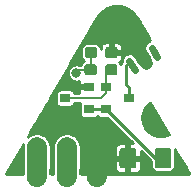
<source format=gbr>
G04 #@! TF.GenerationSoftware,KiCad,Pcbnew,5.0.0-fee4fd1~66~ubuntu18.04.1*
G04 #@! TF.CreationDate,2018-09-21T10:19:18+02:00*
G04 #@! TF.ProjectId,Lulu_star_212,4C756C755F737461725F3231322E6B69,2.1.2*
G04 #@! TF.SameCoordinates,Original*
G04 #@! TF.FileFunction,Copper,L1,Top*
G04 #@! TF.FilePolarity,Positive*
%FSLAX46Y46*%
G04 Gerber Fmt 4.6, Leading zero omitted, Abs format (unit mm)*
G04 Created by KiCad (PCBNEW 5.0.0-fee4fd1~66~ubuntu18.04.1) date Fri Sep 21 10:19:18 2018*
%MOMM*%
%LPD*%
G01*
G04 APERTURE LIST*
G04 #@! TA.AperFunction,EtchedComponent*
%ADD10C,0.100000*%
G04 #@! TD*
G04 #@! TA.AperFunction,SMDPad,CuDef*
%ADD11C,2.480000*%
G04 #@! TD*
G04 #@! TA.AperFunction,Conductor*
%ADD12C,0.100000*%
G04 #@! TD*
G04 #@! TA.AperFunction,ViaPad*
%ADD13C,0.400000*%
G04 #@! TD*
G04 #@! TA.AperFunction,ComponentPad*
%ADD14C,1.100000*%
G04 #@! TD*
G04 #@! TA.AperFunction,Conductor*
%ADD15C,1.100000*%
G04 #@! TD*
G04 #@! TA.AperFunction,ComponentPad*
%ADD16C,0.600000*%
G04 #@! TD*
G04 #@! TA.AperFunction,Conductor*
%ADD17C,0.600000*%
G04 #@! TD*
G04 #@! TA.AperFunction,ViaPad*
%ADD18C,1.000000*%
G04 #@! TD*
G04 #@! TA.AperFunction,SMDPad,CuDef*
%ADD19C,0.950000*%
G04 #@! TD*
G04 #@! TA.AperFunction,SMDPad,CuDef*
%ADD20C,1.675000*%
G04 #@! TD*
G04 #@! TA.AperFunction,ComponentPad*
%ADD21C,1.670000*%
G04 #@! TD*
G04 #@! TA.AperFunction,SMDPad,CuDef*
%ADD22R,0.900000X0.800000*%
G04 #@! TD*
G04 #@! TA.AperFunction,SMDPad,CuDef*
%ADD23C,1.425000*%
G04 #@! TD*
G04 #@! TA.AperFunction,ViaPad*
%ADD24C,0.600000*%
G04 #@! TD*
G04 #@! TA.AperFunction,ViaPad*
%ADD25C,0.800000*%
G04 #@! TD*
G04 #@! TA.AperFunction,Conductor*
%ADD26C,0.250000*%
G04 #@! TD*
G04 #@! TA.AperFunction,Conductor*
%ADD27C,0.150000*%
G04 #@! TD*
G04 #@! TA.AperFunction,Conductor*
%ADD28C,0.254000*%
G04 #@! TD*
G04 APERTURE END LIST*
D10*
G04 #@! TO.C,P1*
G36*
X74442770Y-40829644D02*
X74412770Y-40777682D01*
X74391430Y-40720721D01*
X74365091Y-40655099D01*
X74332411Y-40558497D01*
X74299732Y-40461894D01*
X74280713Y-40368952D01*
X74254014Y-40222708D01*
X74247315Y-40111106D01*
X74245616Y-40008163D01*
X74250257Y-39936202D01*
X74258559Y-39850580D01*
X74272841Y-39715317D01*
X74287482Y-39660676D01*
X74305783Y-39592375D01*
X74327744Y-39510414D01*
X74354706Y-39437112D01*
X74374347Y-39391131D01*
X74397648Y-39331490D01*
X74417289Y-39285510D01*
X74445591Y-39234529D01*
X74473892Y-39183548D01*
X74502193Y-39132567D01*
X74539155Y-39076587D01*
X74563796Y-39039266D01*
X74597097Y-38996946D01*
X74642719Y-38935965D01*
X74693340Y-38883644D01*
X74756283Y-38812664D01*
X74794584Y-38779003D01*
X74832885Y-38745343D01*
X74879847Y-38706683D01*
X74952789Y-38653023D01*
X75025731Y-38599362D01*
X75095013Y-38559362D01*
X75945013Y-40031606D01*
X74472770Y-40881606D01*
X74442770Y-40829644D01*
G37*
G36*
X76743052Y-41533849D02*
X76691090Y-41563849D01*
X76634129Y-41585188D01*
X76568507Y-41611528D01*
X76471905Y-41644208D01*
X76375302Y-41676887D01*
X76282360Y-41695906D01*
X76136116Y-41722605D01*
X76024514Y-41729304D01*
X75921571Y-41731003D01*
X75849610Y-41726362D01*
X75763988Y-41718060D01*
X75628725Y-41703778D01*
X75574084Y-41689137D01*
X75505783Y-41670836D01*
X75423821Y-41648874D01*
X75350520Y-41621913D01*
X75304539Y-41602272D01*
X75244898Y-41578971D01*
X75198918Y-41559330D01*
X75147937Y-41531028D01*
X75096956Y-41502727D01*
X75045975Y-41474426D01*
X74989995Y-41437464D01*
X74952674Y-41412823D01*
X74910354Y-41379522D01*
X74849373Y-41333900D01*
X74797052Y-41283278D01*
X74726071Y-41220336D01*
X74692411Y-41182035D01*
X74658751Y-41143734D01*
X74620091Y-41096772D01*
X74566430Y-41023830D01*
X74512770Y-40950888D01*
X74472770Y-40881606D01*
X75945013Y-40031606D01*
X76795013Y-41503849D01*
X76743052Y-41533849D01*
G37*
G04 #@! TD*
D11*
G04 #@! TO.P,LED1,*
G04 #@! TO.N,GND*
X72143258Y-32460365D03*
D12*
G04 #@! TD*
G04 #@! TO.N,GND*
G04 #@! TO.C,LED1*
G36*
X71685526Y-31307941D02*
X71800687Y-31268624D01*
X71919148Y-31240785D01*
X72039767Y-31224691D01*
X72161382Y-31220498D01*
X72282824Y-31228245D01*
X72402921Y-31247858D01*
X72520516Y-31279147D01*
X72634479Y-31321813D01*
X72743712Y-31375444D01*
X72847162Y-31439522D01*
X72943833Y-31513433D01*
X73032793Y-31596463D01*
X73113187Y-31687812D01*
X73184239Y-31786602D01*
X73207417Y-31826586D01*
X73212690Y-31823529D01*
X74550219Y-34130888D01*
X73583326Y-34691376D01*
X72870989Y-33462531D01*
X72817021Y-33501346D01*
X72711743Y-33562374D01*
X72600990Y-33612789D01*
X72485829Y-33652106D01*
X72367368Y-33679945D01*
X72246749Y-33696039D01*
X72125134Y-33700232D01*
X72003692Y-33692485D01*
X71883595Y-33672872D01*
X71766000Y-33641583D01*
X71652037Y-33598917D01*
X71542804Y-33545286D01*
X71439354Y-33481208D01*
X71342683Y-33407297D01*
X71253723Y-33324267D01*
X71173329Y-33232918D01*
X71102277Y-33134128D01*
X71041249Y-33028850D01*
X70990834Y-32918097D01*
X70951517Y-32802936D01*
X70923678Y-32684475D01*
X70907584Y-32563856D01*
X70903391Y-32442241D01*
X70911138Y-32320799D01*
X70930751Y-32200702D01*
X70962040Y-32083107D01*
X71004706Y-31969144D01*
X71058337Y-31859911D01*
X71122415Y-31756461D01*
X71196326Y-31659790D01*
X71279356Y-31570830D01*
X71370705Y-31490436D01*
X71469495Y-31419384D01*
X71574773Y-31358356D01*
X71685526Y-31307941D01*
X71685526Y-31307941D01*
G37*
D13*
G04 #@! TO.N,GND*
G04 #@! TO.C,LED1*
X71313191Y-32240812D03*
X72970042Y-32681666D03*
X71915283Y-33294663D03*
X72356137Y-31637812D03*
X71715557Y-31722539D03*
X72575397Y-33205841D03*
X72879417Y-32033629D03*
D14*
G04 #@! TD*
G04 #@! TO.P,LED1,3*
G04 #@! TO.N,GND*
X74339094Y-34880909D03*
D15*
G04 #@! TO.N,GND*
G04 #@! TO.C,LED1*
X74038188Y-34361818D02*
X74640000Y-35400000D01*
D16*
G04 #@! TD*
G04 #@! TO.P,LED1,1*
G04 #@! TO.N,Net-(LED1-Pad1)*
X73462653Y-35562344D03*
D17*
G04 #@! TO.N,Net-(LED1-Pad1)*
G04 #@! TO.C,LED1*
X73236973Y-35173026D02*
X73688333Y-35951662D01*
D16*
G04 #@! TD*
G04 #@! TO.P,LED1,2*
G04 #@! TO.N,+3V3*
X75365987Y-34459020D03*
D17*
G04 #@! TO.N,+3V3*
G04 #@! TO.C,LED1*
X75140307Y-34069702D02*
X75591667Y-34848338D01*
D18*
G04 #@! TO.N,GND*
X72143258Y-32460365D03*
D13*
X71396115Y-32893469D03*
G04 #@! TD*
D12*
G04 #@! TO.N,/PWM*
G04 #@! TO.C,R3*
G36*
X70275779Y-34006144D02*
X70298834Y-34009563D01*
X70321443Y-34015227D01*
X70343387Y-34023079D01*
X70364457Y-34033044D01*
X70384448Y-34045026D01*
X70403168Y-34058910D01*
X70420438Y-34074562D01*
X70436090Y-34091832D01*
X70449974Y-34110552D01*
X70461956Y-34130543D01*
X70471921Y-34151613D01*
X70479773Y-34173557D01*
X70485437Y-34196166D01*
X70488856Y-34219221D01*
X70490000Y-34242500D01*
X70490000Y-34717500D01*
X70488856Y-34740779D01*
X70485437Y-34763834D01*
X70479773Y-34786443D01*
X70471921Y-34808387D01*
X70461956Y-34829457D01*
X70449974Y-34849448D01*
X70436090Y-34868168D01*
X70420438Y-34885438D01*
X70403168Y-34901090D01*
X70384448Y-34914974D01*
X70364457Y-34926956D01*
X70343387Y-34936921D01*
X70321443Y-34944773D01*
X70298834Y-34950437D01*
X70275779Y-34953856D01*
X70252500Y-34955000D01*
X69677500Y-34955000D01*
X69654221Y-34953856D01*
X69631166Y-34950437D01*
X69608557Y-34944773D01*
X69586613Y-34936921D01*
X69565543Y-34926956D01*
X69545552Y-34914974D01*
X69526832Y-34901090D01*
X69509562Y-34885438D01*
X69493910Y-34868168D01*
X69480026Y-34849448D01*
X69468044Y-34829457D01*
X69458079Y-34808387D01*
X69450227Y-34786443D01*
X69444563Y-34763834D01*
X69441144Y-34740779D01*
X69440000Y-34717500D01*
X69440000Y-34242500D01*
X69441144Y-34219221D01*
X69444563Y-34196166D01*
X69450227Y-34173557D01*
X69458079Y-34151613D01*
X69468044Y-34130543D01*
X69480026Y-34110552D01*
X69493910Y-34091832D01*
X69509562Y-34074562D01*
X69526832Y-34058910D01*
X69545552Y-34045026D01*
X69565543Y-34033044D01*
X69586613Y-34023079D01*
X69608557Y-34015227D01*
X69631166Y-34009563D01*
X69654221Y-34006144D01*
X69677500Y-34005000D01*
X70252500Y-34005000D01*
X70275779Y-34006144D01*
X70275779Y-34006144D01*
G37*
D19*
G04 #@! TD*
G04 #@! TO.P,R3,1*
G04 #@! TO.N,/PWM*
X69965000Y-34480000D03*
D12*
G04 #@! TO.N,GND*
G04 #@! TO.C,R3*
G36*
X72025779Y-34006144D02*
X72048834Y-34009563D01*
X72071443Y-34015227D01*
X72093387Y-34023079D01*
X72114457Y-34033044D01*
X72134448Y-34045026D01*
X72153168Y-34058910D01*
X72170438Y-34074562D01*
X72186090Y-34091832D01*
X72199974Y-34110552D01*
X72211956Y-34130543D01*
X72221921Y-34151613D01*
X72229773Y-34173557D01*
X72235437Y-34196166D01*
X72238856Y-34219221D01*
X72240000Y-34242500D01*
X72240000Y-34717500D01*
X72238856Y-34740779D01*
X72235437Y-34763834D01*
X72229773Y-34786443D01*
X72221921Y-34808387D01*
X72211956Y-34829457D01*
X72199974Y-34849448D01*
X72186090Y-34868168D01*
X72170438Y-34885438D01*
X72153168Y-34901090D01*
X72134448Y-34914974D01*
X72114457Y-34926956D01*
X72093387Y-34936921D01*
X72071443Y-34944773D01*
X72048834Y-34950437D01*
X72025779Y-34953856D01*
X72002500Y-34955000D01*
X71427500Y-34955000D01*
X71404221Y-34953856D01*
X71381166Y-34950437D01*
X71358557Y-34944773D01*
X71336613Y-34936921D01*
X71315543Y-34926956D01*
X71295552Y-34914974D01*
X71276832Y-34901090D01*
X71259562Y-34885438D01*
X71243910Y-34868168D01*
X71230026Y-34849448D01*
X71218044Y-34829457D01*
X71208079Y-34808387D01*
X71200227Y-34786443D01*
X71194563Y-34763834D01*
X71191144Y-34740779D01*
X71190000Y-34717500D01*
X71190000Y-34242500D01*
X71191144Y-34219221D01*
X71194563Y-34196166D01*
X71200227Y-34173557D01*
X71208079Y-34151613D01*
X71218044Y-34130543D01*
X71230026Y-34110552D01*
X71243910Y-34091832D01*
X71259562Y-34074562D01*
X71276832Y-34058910D01*
X71295552Y-34045026D01*
X71315543Y-34033044D01*
X71336613Y-34023079D01*
X71358557Y-34015227D01*
X71381166Y-34009563D01*
X71404221Y-34006144D01*
X71427500Y-34005000D01*
X72002500Y-34005000D01*
X72025779Y-34006144D01*
X72025779Y-34006144D01*
G37*
D19*
G04 #@! TD*
G04 #@! TO.P,R3,2*
G04 #@! TO.N,GND*
X71715000Y-34480000D03*
D12*
G04 #@! TO.N,GND*
G04 #@! TO.C,J1*
G36*
X70560090Y-41662033D02*
X70641389Y-41674092D01*
X70721114Y-41694062D01*
X70798498Y-41721751D01*
X70872796Y-41756891D01*
X70943291Y-41799144D01*
X71009305Y-41848104D01*
X71070203Y-41903298D01*
X71125397Y-41964196D01*
X71174357Y-42030210D01*
X71216610Y-42100705D01*
X71251750Y-42175003D01*
X71279439Y-42252387D01*
X71299409Y-42332112D01*
X71311468Y-42413411D01*
X71315501Y-42495500D01*
X71315501Y-45020500D01*
X71311468Y-45102589D01*
X71299409Y-45183888D01*
X71279439Y-45263613D01*
X71251750Y-45340997D01*
X71216610Y-45415295D01*
X71174357Y-45485790D01*
X71125397Y-45551804D01*
X71070203Y-45612702D01*
X71009305Y-45667896D01*
X70943291Y-45716856D01*
X70872796Y-45759109D01*
X70798498Y-45794249D01*
X70721114Y-45821938D01*
X70641389Y-45841908D01*
X70560090Y-45853967D01*
X70478001Y-45858000D01*
X70477999Y-45858000D01*
X70395910Y-45853967D01*
X70314611Y-45841908D01*
X70234886Y-45821938D01*
X70157502Y-45794249D01*
X70083204Y-45759109D01*
X70012709Y-45716856D01*
X69946695Y-45667896D01*
X69885797Y-45612702D01*
X69830603Y-45551804D01*
X69781643Y-45485790D01*
X69739390Y-45415295D01*
X69704250Y-45340997D01*
X69676561Y-45263613D01*
X69656591Y-45183888D01*
X69644532Y-45102589D01*
X69640499Y-45020500D01*
X69640499Y-42495500D01*
X69644532Y-42413411D01*
X69656591Y-42332112D01*
X69676561Y-42252387D01*
X69704250Y-42175003D01*
X69739390Y-42100705D01*
X69781643Y-42030210D01*
X69830603Y-41964196D01*
X69885797Y-41903298D01*
X69946695Y-41848104D01*
X70012709Y-41799144D01*
X70083204Y-41756891D01*
X70157502Y-41721751D01*
X70234886Y-41694062D01*
X70314611Y-41674092D01*
X70395910Y-41662033D01*
X70477999Y-41658000D01*
X70478001Y-41658000D01*
X70560090Y-41662033D01*
X70560090Y-41662033D01*
G37*
D20*
G04 #@! TD*
G04 #@! TO.P,J1,3*
G04 #@! TO.N,GND*
X70478000Y-43758000D03*
D21*
G04 #@! TO.P,J1,3*
G04 #@! TO.N,GND*
X70478000Y-42488000D03*
X70478000Y-45028000D03*
G04 #@! TO.P,J1,2*
G04 #@! TO.N,/PWM*
X67938000Y-42488000D03*
D12*
G04 #@! TD*
G04 #@! TO.N,/PWM*
G04 #@! TO.C,J1*
G36*
X68020090Y-41662033D02*
X68101389Y-41674092D01*
X68181114Y-41694062D01*
X68258498Y-41721751D01*
X68332796Y-41756891D01*
X68403291Y-41799144D01*
X68469305Y-41848104D01*
X68530203Y-41903298D01*
X68585397Y-41964196D01*
X68634357Y-42030210D01*
X68676610Y-42100705D01*
X68711750Y-42175003D01*
X68739439Y-42252387D01*
X68759409Y-42332112D01*
X68771468Y-42413411D01*
X68775501Y-42495500D01*
X68775501Y-45020500D01*
X68771468Y-45102589D01*
X68759409Y-45183888D01*
X68739439Y-45263613D01*
X68711750Y-45340997D01*
X68676610Y-45415295D01*
X68634357Y-45485790D01*
X68585397Y-45551804D01*
X68530203Y-45612702D01*
X68469305Y-45667896D01*
X68403291Y-45716856D01*
X68332796Y-45759109D01*
X68258498Y-45794249D01*
X68181114Y-45821938D01*
X68101389Y-45841908D01*
X68020090Y-45853967D01*
X67938001Y-45858000D01*
X67937999Y-45858000D01*
X67855910Y-45853967D01*
X67774611Y-45841908D01*
X67694886Y-45821938D01*
X67617502Y-45794249D01*
X67543204Y-45759109D01*
X67472709Y-45716856D01*
X67406695Y-45667896D01*
X67345797Y-45612702D01*
X67290603Y-45551804D01*
X67241643Y-45485790D01*
X67199390Y-45415295D01*
X67164250Y-45340997D01*
X67136561Y-45263613D01*
X67116591Y-45183888D01*
X67104532Y-45102589D01*
X67100499Y-45020500D01*
X67100499Y-42495500D01*
X67104532Y-42413411D01*
X67116591Y-42332112D01*
X67136561Y-42252387D01*
X67164250Y-42175003D01*
X67199390Y-42100705D01*
X67241643Y-42030210D01*
X67290603Y-41964196D01*
X67345797Y-41903298D01*
X67406695Y-41848104D01*
X67472709Y-41799144D01*
X67543204Y-41756891D01*
X67617502Y-41721751D01*
X67694886Y-41694062D01*
X67774611Y-41674092D01*
X67855910Y-41662033D01*
X67937999Y-41658000D01*
X67938001Y-41658000D01*
X68020090Y-41662033D01*
X68020090Y-41662033D01*
G37*
D20*
G04 #@! TO.P,J1,2*
G04 #@! TO.N,/PWM*
X67938000Y-43758000D03*
D21*
X67938000Y-45028000D03*
D12*
G04 #@! TD*
G04 #@! TO.N,+3V3*
G04 #@! TO.C,J1*
G36*
X65480090Y-41662033D02*
X65561389Y-41674092D01*
X65641114Y-41694062D01*
X65718498Y-41721751D01*
X65792796Y-41756891D01*
X65863291Y-41799144D01*
X65929305Y-41848104D01*
X65990203Y-41903298D01*
X66045397Y-41964196D01*
X66094357Y-42030210D01*
X66136610Y-42100705D01*
X66171750Y-42175003D01*
X66199439Y-42252387D01*
X66219409Y-42332112D01*
X66231468Y-42413411D01*
X66235501Y-42495500D01*
X66235501Y-45020500D01*
X66231468Y-45102589D01*
X66219409Y-45183888D01*
X66199439Y-45263613D01*
X66171750Y-45340997D01*
X66136610Y-45415295D01*
X66094357Y-45485790D01*
X66045397Y-45551804D01*
X65990203Y-45612702D01*
X65929305Y-45667896D01*
X65863291Y-45716856D01*
X65792796Y-45759109D01*
X65718498Y-45794249D01*
X65641114Y-45821938D01*
X65561389Y-45841908D01*
X65480090Y-45853967D01*
X65398001Y-45858000D01*
X65397999Y-45858000D01*
X65315910Y-45853967D01*
X65234611Y-45841908D01*
X65154886Y-45821938D01*
X65077502Y-45794249D01*
X65003204Y-45759109D01*
X64932709Y-45716856D01*
X64866695Y-45667896D01*
X64805797Y-45612702D01*
X64750603Y-45551804D01*
X64701643Y-45485790D01*
X64659390Y-45415295D01*
X64624250Y-45340997D01*
X64596561Y-45263613D01*
X64576591Y-45183888D01*
X64564532Y-45102589D01*
X64560499Y-45020500D01*
X64560499Y-42495500D01*
X64564532Y-42413411D01*
X64576591Y-42332112D01*
X64596561Y-42252387D01*
X64624250Y-42175003D01*
X64659390Y-42100705D01*
X64701643Y-42030210D01*
X64750603Y-41964196D01*
X64805797Y-41903298D01*
X64866695Y-41848104D01*
X64932709Y-41799144D01*
X65003204Y-41756891D01*
X65077502Y-41721751D01*
X65154886Y-41694062D01*
X65234611Y-41674092D01*
X65315910Y-41662033D01*
X65397999Y-41658000D01*
X65398001Y-41658000D01*
X65480090Y-41662033D01*
X65480090Y-41662033D01*
G37*
D20*
G04 #@! TO.P,J1,1*
G04 #@! TO.N,+3V3*
X65398000Y-43758000D03*
D21*
X65398000Y-45028000D03*
X65398000Y-42488000D03*
G04 #@! TD*
D22*
G04 #@! TO.P,T1,3*
G04 #@! TO.N,Net-(Q1-Pad1)*
X67810000Y-38340000D03*
G04 #@! TO.P,T1,2*
G04 #@! TO.N,GND*
X69810000Y-37390000D03*
G04 #@! TO.P,T1,1*
G04 #@! TO.N,Net-(Q1-Pad2)*
X69810000Y-39290000D03*
G04 #@! TD*
G04 #@! TO.P,Q1,3*
G04 #@! TO.N,Net-(LED1-Pad1)*
X73230000Y-38340000D03*
G04 #@! TO.P,Q1,2*
G04 #@! TO.N,Net-(Q1-Pad2)*
X71230000Y-39290000D03*
G04 #@! TO.P,Q1,1*
G04 #@! TO.N,Net-(Q1-Pad1)*
X71230000Y-37390000D03*
G04 #@! TD*
D12*
G04 #@! TO.N,/PWM*
G04 #@! TO.C,R1*
G36*
X70265779Y-35466144D02*
X70288834Y-35469563D01*
X70311443Y-35475227D01*
X70333387Y-35483079D01*
X70354457Y-35493044D01*
X70374448Y-35505026D01*
X70393168Y-35518910D01*
X70410438Y-35534562D01*
X70426090Y-35551832D01*
X70439974Y-35570552D01*
X70451956Y-35590543D01*
X70461921Y-35611613D01*
X70469773Y-35633557D01*
X70475437Y-35656166D01*
X70478856Y-35679221D01*
X70480000Y-35702500D01*
X70480000Y-36177500D01*
X70478856Y-36200779D01*
X70475437Y-36223834D01*
X70469773Y-36246443D01*
X70461921Y-36268387D01*
X70451956Y-36289457D01*
X70439974Y-36309448D01*
X70426090Y-36328168D01*
X70410438Y-36345438D01*
X70393168Y-36361090D01*
X70374448Y-36374974D01*
X70354457Y-36386956D01*
X70333387Y-36396921D01*
X70311443Y-36404773D01*
X70288834Y-36410437D01*
X70265779Y-36413856D01*
X70242500Y-36415000D01*
X69667500Y-36415000D01*
X69644221Y-36413856D01*
X69621166Y-36410437D01*
X69598557Y-36404773D01*
X69576613Y-36396921D01*
X69555543Y-36386956D01*
X69535552Y-36374974D01*
X69516832Y-36361090D01*
X69499562Y-36345438D01*
X69483910Y-36328168D01*
X69470026Y-36309448D01*
X69458044Y-36289457D01*
X69448079Y-36268387D01*
X69440227Y-36246443D01*
X69434563Y-36223834D01*
X69431144Y-36200779D01*
X69430000Y-36177500D01*
X69430000Y-35702500D01*
X69431144Y-35679221D01*
X69434563Y-35656166D01*
X69440227Y-35633557D01*
X69448079Y-35611613D01*
X69458044Y-35590543D01*
X69470026Y-35570552D01*
X69483910Y-35551832D01*
X69499562Y-35534562D01*
X69516832Y-35518910D01*
X69535552Y-35505026D01*
X69555543Y-35493044D01*
X69576613Y-35483079D01*
X69598557Y-35475227D01*
X69621166Y-35469563D01*
X69644221Y-35466144D01*
X69667500Y-35465000D01*
X70242500Y-35465000D01*
X70265779Y-35466144D01*
X70265779Y-35466144D01*
G37*
D19*
G04 #@! TD*
G04 #@! TO.P,R1,2*
G04 #@! TO.N,/PWM*
X69955000Y-35940000D03*
D12*
G04 #@! TO.N,Net-(Q1-Pad1)*
G04 #@! TO.C,R1*
G36*
X72015779Y-35466144D02*
X72038834Y-35469563D01*
X72061443Y-35475227D01*
X72083387Y-35483079D01*
X72104457Y-35493044D01*
X72124448Y-35505026D01*
X72143168Y-35518910D01*
X72160438Y-35534562D01*
X72176090Y-35551832D01*
X72189974Y-35570552D01*
X72201956Y-35590543D01*
X72211921Y-35611613D01*
X72219773Y-35633557D01*
X72225437Y-35656166D01*
X72228856Y-35679221D01*
X72230000Y-35702500D01*
X72230000Y-36177500D01*
X72228856Y-36200779D01*
X72225437Y-36223834D01*
X72219773Y-36246443D01*
X72211921Y-36268387D01*
X72201956Y-36289457D01*
X72189974Y-36309448D01*
X72176090Y-36328168D01*
X72160438Y-36345438D01*
X72143168Y-36361090D01*
X72124448Y-36374974D01*
X72104457Y-36386956D01*
X72083387Y-36396921D01*
X72061443Y-36404773D01*
X72038834Y-36410437D01*
X72015779Y-36413856D01*
X71992500Y-36415000D01*
X71417500Y-36415000D01*
X71394221Y-36413856D01*
X71371166Y-36410437D01*
X71348557Y-36404773D01*
X71326613Y-36396921D01*
X71305543Y-36386956D01*
X71285552Y-36374974D01*
X71266832Y-36361090D01*
X71249562Y-36345438D01*
X71233910Y-36328168D01*
X71220026Y-36309448D01*
X71208044Y-36289457D01*
X71198079Y-36268387D01*
X71190227Y-36246443D01*
X71184563Y-36223834D01*
X71181144Y-36200779D01*
X71180000Y-36177500D01*
X71180000Y-35702500D01*
X71181144Y-35679221D01*
X71184563Y-35656166D01*
X71190227Y-35633557D01*
X71198079Y-35611613D01*
X71208044Y-35590543D01*
X71220026Y-35570552D01*
X71233910Y-35551832D01*
X71249562Y-35534562D01*
X71266832Y-35518910D01*
X71285552Y-35505026D01*
X71305543Y-35493044D01*
X71326613Y-35483079D01*
X71348557Y-35475227D01*
X71371166Y-35469563D01*
X71394221Y-35466144D01*
X71417500Y-35465000D01*
X71992500Y-35465000D01*
X72015779Y-35466144D01*
X72015779Y-35466144D01*
G37*
D19*
G04 #@! TD*
G04 #@! TO.P,R1,1*
G04 #@! TO.N,Net-(Q1-Pad1)*
X71705000Y-35940000D03*
D12*
G04 #@! TO.N,GND*
G04 #@! TO.C,R2*
G36*
X73600069Y-42556201D02*
X73624276Y-42559792D01*
X73648015Y-42565738D01*
X73671057Y-42573982D01*
X73693180Y-42584446D01*
X73714171Y-42597027D01*
X73733827Y-42611605D01*
X73751960Y-42628040D01*
X73768395Y-42646173D01*
X73782973Y-42665829D01*
X73795554Y-42686820D01*
X73806018Y-42708943D01*
X73814262Y-42731985D01*
X73820208Y-42755724D01*
X73823799Y-42779931D01*
X73825000Y-42804374D01*
X73825000Y-44055626D01*
X73823799Y-44080069D01*
X73820208Y-44104276D01*
X73814262Y-44128015D01*
X73806018Y-44151057D01*
X73795554Y-44173180D01*
X73782973Y-44194171D01*
X73768395Y-44213827D01*
X73751960Y-44231960D01*
X73733827Y-44248395D01*
X73714171Y-44262973D01*
X73693180Y-44275554D01*
X73671057Y-44286018D01*
X73648015Y-44294262D01*
X73624276Y-44300208D01*
X73600069Y-44303799D01*
X73575626Y-44305000D01*
X72649374Y-44305000D01*
X72624931Y-44303799D01*
X72600724Y-44300208D01*
X72576985Y-44294262D01*
X72553943Y-44286018D01*
X72531820Y-44275554D01*
X72510829Y-44262973D01*
X72491173Y-44248395D01*
X72473040Y-44231960D01*
X72456605Y-44213827D01*
X72442027Y-44194171D01*
X72429446Y-44173180D01*
X72418982Y-44151057D01*
X72410738Y-44128015D01*
X72404792Y-44104276D01*
X72401201Y-44080069D01*
X72400000Y-44055626D01*
X72400000Y-42804374D01*
X72401201Y-42779931D01*
X72404792Y-42755724D01*
X72410738Y-42731985D01*
X72418982Y-42708943D01*
X72429446Y-42686820D01*
X72442027Y-42665829D01*
X72456605Y-42646173D01*
X72473040Y-42628040D01*
X72491173Y-42611605D01*
X72510829Y-42597027D01*
X72531820Y-42584446D01*
X72553943Y-42573982D01*
X72576985Y-42565738D01*
X72600724Y-42559792D01*
X72624931Y-42556201D01*
X72649374Y-42555000D01*
X73575626Y-42555000D01*
X73600069Y-42556201D01*
X73600069Y-42556201D01*
G37*
D23*
G04 #@! TD*
G04 #@! TO.P,R2,2*
G04 #@! TO.N,GND*
X73112500Y-43430000D03*
D12*
G04 #@! TO.N,Net-(Q1-Pad2)*
G04 #@! TO.C,R2*
G36*
X76574504Y-42556204D02*
X76598773Y-42559804D01*
X76622571Y-42565765D01*
X76645671Y-42574030D01*
X76667849Y-42584520D01*
X76688893Y-42597133D01*
X76708598Y-42611747D01*
X76726777Y-42628223D01*
X76743253Y-42646402D01*
X76757867Y-42666107D01*
X76770480Y-42687151D01*
X76780970Y-42709329D01*
X76789235Y-42732429D01*
X76795196Y-42756227D01*
X76798796Y-42780496D01*
X76800000Y-42805000D01*
X76800000Y-44055000D01*
X76798796Y-44079504D01*
X76795196Y-44103773D01*
X76789235Y-44127571D01*
X76780970Y-44150671D01*
X76770480Y-44172849D01*
X76757867Y-44193893D01*
X76743253Y-44213598D01*
X76726777Y-44231777D01*
X76708598Y-44248253D01*
X76688893Y-44262867D01*
X76667849Y-44275480D01*
X76645671Y-44285970D01*
X76622571Y-44294235D01*
X76598773Y-44300196D01*
X76574504Y-44303796D01*
X76550000Y-44305000D01*
X75625000Y-44305000D01*
X75600496Y-44303796D01*
X75576227Y-44300196D01*
X75552429Y-44294235D01*
X75529329Y-44285970D01*
X75507151Y-44275480D01*
X75486107Y-44262867D01*
X75466402Y-44248253D01*
X75448223Y-44231777D01*
X75431747Y-44213598D01*
X75417133Y-44193893D01*
X75404520Y-44172849D01*
X75394030Y-44150671D01*
X75385765Y-44127571D01*
X75379804Y-44103773D01*
X75376204Y-44079504D01*
X75375000Y-44055000D01*
X75375000Y-42805000D01*
X75376204Y-42780496D01*
X75379804Y-42756227D01*
X75385765Y-42732429D01*
X75394030Y-42709329D01*
X75404520Y-42687151D01*
X75417133Y-42666107D01*
X75431747Y-42646402D01*
X75448223Y-42628223D01*
X75466402Y-42611747D01*
X75486107Y-42597133D01*
X75507151Y-42584520D01*
X75529329Y-42574030D01*
X75552429Y-42565765D01*
X75576227Y-42559804D01*
X75600496Y-42556204D01*
X75625000Y-42555000D01*
X76550000Y-42555000D01*
X76574504Y-42556204D01*
X76574504Y-42556204D01*
G37*
D23*
G04 #@! TD*
G04 #@! TO.P,R2,1*
G04 #@! TO.N,Net-(Q1-Pad2)*
X76087500Y-43430000D03*
D24*
G04 #@! TO.N,GND*
X71740000Y-44600000D03*
X69208000Y-44600000D03*
X66668000Y-44600000D03*
X64128000Y-44600000D03*
D25*
G04 #@! TO.N,/PWM*
X68730002Y-36220000D03*
G04 #@! TD*
D26*
G04 #@! TO.N,Net-(Q1-Pad2)*
X71256000Y-39120000D02*
X71306000Y-39120000D01*
X71230000Y-39290000D02*
X69810000Y-39290000D01*
X76087500Y-43430000D02*
X75630000Y-43430000D01*
X76087500Y-43430000D02*
X75420000Y-43430000D01*
X71280000Y-39290000D02*
X71230000Y-39290000D01*
X75420000Y-43430000D02*
X71280000Y-39290000D01*
D27*
G04 #@! TO.N,Net-(Q1-Pad1)*
X71240000Y-37204000D02*
X71256000Y-37220000D01*
X71230000Y-37390000D02*
X71230000Y-36415000D01*
X71230000Y-36415000D02*
X71705000Y-35940000D01*
X71230000Y-37940000D02*
X71230000Y-37390000D01*
X70830000Y-38340000D02*
X71230000Y-37940000D01*
X67810000Y-38340000D02*
X70830000Y-38340000D01*
G04 #@! TO.N,/PWM*
X69010002Y-35940000D02*
X68730002Y-36220000D01*
X69955000Y-35940000D02*
X69010002Y-35940000D01*
X69955000Y-34490000D02*
X69965000Y-34480000D01*
X69955000Y-35940000D02*
X69955000Y-34490000D01*
D26*
G04 #@! TO.N,Net-(LED1-Pad1)*
X72930000Y-35610000D02*
X73040000Y-35500000D01*
X72930000Y-37190000D02*
X72930000Y-35610000D01*
X73236671Y-35500000D02*
X73511976Y-35775305D01*
X73040000Y-35500000D02*
X73236671Y-35500000D01*
X72930000Y-37190000D02*
X73230000Y-37490000D01*
X73230000Y-37490000D02*
X73230000Y-38340000D01*
G04 #@! TO.N,+3V3*
X65398000Y-43758000D02*
X65398000Y-42488000D01*
G04 #@! TD*
D28*
G04 #@! TO.N,GND*
G36*
X64254323Y-42268009D02*
X64251703Y-42294607D01*
X64236000Y-42373553D01*
X64236000Y-42454045D01*
X64231917Y-42495500D01*
X64231917Y-44773351D01*
X62805143Y-44773351D01*
X62993496Y-44447321D01*
X62993501Y-44447314D01*
X63251934Y-43999950D01*
X63251939Y-43999938D01*
X63484832Y-43596787D01*
X63719857Y-43189967D01*
X63719862Y-43189961D01*
X63978295Y-42742597D01*
X63978300Y-42742585D01*
X64211224Y-42339381D01*
X64256387Y-42261205D01*
X64254323Y-42268009D01*
X64254323Y-42268009D01*
G37*
X64254323Y-42268009D02*
X64251703Y-42294607D01*
X64236000Y-42373553D01*
X64236000Y-42454045D01*
X64231917Y-42495500D01*
X64231917Y-44773351D01*
X62805143Y-44773351D01*
X62993496Y-44447321D01*
X62993501Y-44447314D01*
X63251934Y-43999950D01*
X63251939Y-43999938D01*
X63484832Y-43596787D01*
X63719857Y-43189967D01*
X63719862Y-43189961D01*
X63978295Y-42742597D01*
X63978300Y-42742585D01*
X64211224Y-42339381D01*
X64256387Y-42261205D01*
X64254323Y-42268009D01*
G36*
X72262779Y-30550891D02*
X72345179Y-30556135D01*
X72424259Y-30564627D01*
X72501460Y-30576436D01*
X72577364Y-30591433D01*
X72651576Y-30609328D01*
X72723848Y-30630041D01*
X72794494Y-30653600D01*
X72863786Y-30679946D01*
X72931600Y-30708956D01*
X72998053Y-30740579D01*
X73063179Y-30774736D01*
X73126956Y-30811344D01*
X73189467Y-30850359D01*
X73250712Y-30891711D01*
X73310720Y-30935309D01*
X73369418Y-30981028D01*
X73426885Y-31028862D01*
X73483097Y-31078671D01*
X73538009Y-31130345D01*
X73591609Y-31183792D01*
X73643967Y-31238987D01*
X73695011Y-31295748D01*
X73744724Y-31353950D01*
X73793096Y-31413522D01*
X73840190Y-31474381D01*
X73885896Y-31536325D01*
X73930241Y-31599263D01*
X73973263Y-31663140D01*
X74014882Y-31727732D01*
X74055134Y-31792950D01*
X74094754Y-31859958D01*
X74138587Y-31935722D01*
X74138595Y-31935739D01*
X74144900Y-31946634D01*
X74154904Y-31963925D01*
X74154921Y-31963949D01*
X74198250Y-32038817D01*
X74244179Y-32118204D01*
X74244187Y-32118222D01*
X74249954Y-32128187D01*
X74260496Y-32146408D01*
X74260512Y-32146431D01*
X74303099Y-32220016D01*
X74349769Y-32300684D01*
X74349780Y-32300708D01*
X74357863Y-32314674D01*
X74366088Y-32328891D01*
X74366103Y-32328912D01*
X74410478Y-32405586D01*
X74455365Y-32483172D01*
X74455370Y-32483183D01*
X74459938Y-32491076D01*
X74471681Y-32511374D01*
X74471698Y-32511398D01*
X74518361Y-32592031D01*
X74560958Y-32665657D01*
X74560962Y-32665666D01*
X74565024Y-32672686D01*
X74577276Y-32693862D01*
X74577293Y-32693885D01*
X74621765Y-32770732D01*
X74666549Y-32848135D01*
X74666555Y-32848149D01*
X74674537Y-32861942D01*
X74682871Y-32876346D01*
X74682880Y-32876359D01*
X74727473Y-32953414D01*
X74772142Y-33030618D01*
X74772148Y-33030632D01*
X74780130Y-33044425D01*
X74788464Y-33058829D01*
X74788473Y-33058842D01*
X74833800Y-33137165D01*
X74877734Y-33213102D01*
X74877739Y-33213114D01*
X74880623Y-33218097D01*
X74894054Y-33241311D01*
X74894068Y-33241330D01*
X74939391Y-33319649D01*
X74983325Y-33395587D01*
X74983333Y-33395604D01*
X74989104Y-33405576D01*
X74999642Y-33423790D01*
X74999659Y-33423814D01*
X75017419Y-33454502D01*
X74936749Y-33473460D01*
X74824339Y-33524629D01*
X74724072Y-33596744D01*
X74639800Y-33687035D01*
X74574762Y-33792033D01*
X74531458Y-33907701D01*
X74511553Y-34029593D01*
X74515809Y-34153028D01*
X74544065Y-34273260D01*
X74582414Y-34357508D01*
X74901352Y-34907705D01*
X74859240Y-34932176D01*
X74859237Y-34932178D01*
X74771009Y-34983448D01*
X74770981Y-34983461D01*
X74758446Y-34990749D01*
X74742846Y-34999814D01*
X74742815Y-34999836D01*
X74669963Y-35042192D01*
X74594661Y-35085951D01*
X74594658Y-35085952D01*
X74478264Y-35153587D01*
X74478261Y-35153589D01*
X74418235Y-35188470D01*
X74418196Y-35188488D01*
X74403458Y-35197057D01*
X74390068Y-35204838D01*
X74390038Y-35204859D01*
X74317214Y-35247201D01*
X74213682Y-35307361D01*
X74213673Y-35307367D01*
X74153687Y-35342226D01*
X74153681Y-35342229D01*
X74083445Y-35383044D01*
X73763979Y-34831938D01*
X73709931Y-34756791D01*
X73619640Y-34672519D01*
X73514642Y-34607481D01*
X73398974Y-34564177D01*
X73277082Y-34544272D01*
X73153647Y-34548528D01*
X73033415Y-34576784D01*
X72921005Y-34627953D01*
X72820738Y-34700068D01*
X72736466Y-34790359D01*
X72671428Y-34895357D01*
X72628124Y-35011025D01*
X72608219Y-35132917D01*
X72612475Y-35256352D01*
X72618288Y-35281089D01*
X72608842Y-35288841D01*
X72562856Y-35344875D01*
X72552358Y-35357667D01*
X72510386Y-35436191D01*
X72502621Y-35461790D01*
X72463180Y-35388002D01*
X72392780Y-35302220D01*
X72390803Y-35300597D01*
X72418576Y-35289093D01*
X72480323Y-35247835D01*
X72532835Y-35195324D01*
X72574093Y-35133577D01*
X72602512Y-35064967D01*
X72617000Y-34992132D01*
X72617000Y-34701250D01*
X72522750Y-34607000D01*
X71842000Y-34607000D01*
X71842000Y-34627000D01*
X71588000Y-34627000D01*
X71588000Y-34607000D01*
X71568000Y-34607000D01*
X71568000Y-34353000D01*
X71588000Y-34353000D01*
X71588000Y-33722250D01*
X71842000Y-33722250D01*
X71842000Y-34353000D01*
X72522750Y-34353000D01*
X72617000Y-34258750D01*
X72617000Y-33967868D01*
X72602512Y-33895033D01*
X72574093Y-33826423D01*
X72532835Y-33764676D01*
X72480323Y-33712165D01*
X72418576Y-33670907D01*
X72349967Y-33642488D01*
X72277131Y-33628000D01*
X71936250Y-33628000D01*
X71842000Y-33722250D01*
X71588000Y-33722250D01*
X71493750Y-33628000D01*
X71152869Y-33628000D01*
X71080033Y-33642488D01*
X71011424Y-33670907D01*
X70949677Y-33712165D01*
X70897165Y-33764676D01*
X70855907Y-33826423D01*
X70827488Y-33895033D01*
X70813000Y-33967868D01*
X70813000Y-34185825D01*
X70807705Y-34132063D01*
X70775492Y-34025870D01*
X70723180Y-33928002D01*
X70652780Y-33842220D01*
X70566998Y-33771820D01*
X70469130Y-33719508D01*
X70362937Y-33687295D01*
X70252500Y-33676418D01*
X69677500Y-33676418D01*
X69567063Y-33687295D01*
X69460870Y-33719508D01*
X69363002Y-33771820D01*
X69277220Y-33842220D01*
X69206820Y-33928002D01*
X69154508Y-34025870D01*
X69122295Y-34132063D01*
X69111418Y-34242500D01*
X69111418Y-34717500D01*
X69122295Y-34827937D01*
X69154508Y-34934130D01*
X69206820Y-35031998D01*
X69277220Y-35117780D01*
X69363002Y-35188180D01*
X69398824Y-35207327D01*
X69353002Y-35231820D01*
X69267220Y-35302220D01*
X69196820Y-35388002D01*
X69144508Y-35485870D01*
X69128695Y-35538000D01*
X69029741Y-35538000D01*
X69010002Y-35536056D01*
X68990262Y-35538000D01*
X68990255Y-35538000D01*
X68984597Y-35538557D01*
X68942060Y-35520938D01*
X68801605Y-35493000D01*
X68658399Y-35493000D01*
X68517944Y-35520938D01*
X68385638Y-35575741D01*
X68266566Y-35655302D01*
X68165304Y-35756564D01*
X68085743Y-35875636D01*
X68030940Y-36007942D01*
X68003002Y-36148397D01*
X68003002Y-36291603D01*
X68030940Y-36432058D01*
X68085743Y-36564364D01*
X68165304Y-36683436D01*
X68266566Y-36784698D01*
X68385638Y-36864259D01*
X68517944Y-36919062D01*
X68658399Y-36947000D01*
X68801605Y-36947000D01*
X68942060Y-36919062D01*
X68994004Y-36897546D01*
X68983000Y-36952868D01*
X68983000Y-37168750D01*
X69077250Y-37263000D01*
X69683000Y-37263000D01*
X69683000Y-37243000D01*
X69937000Y-37243000D01*
X69937000Y-37263000D01*
X69957000Y-37263000D01*
X69957000Y-37517000D01*
X69937000Y-37517000D01*
X69937000Y-37537000D01*
X69683000Y-37537000D01*
X69683000Y-37517000D01*
X69077250Y-37517000D01*
X68983000Y-37611250D01*
X68983000Y-37827132D01*
X68997488Y-37899967D01*
X69013242Y-37938000D01*
X68588385Y-37938000D01*
X68582268Y-37875897D01*
X68563570Y-37814257D01*
X68533206Y-37757450D01*
X68492343Y-37707657D01*
X68442550Y-37666794D01*
X68385743Y-37636430D01*
X68324103Y-37617732D01*
X68260000Y-37611418D01*
X67360000Y-37611418D01*
X67295897Y-37617732D01*
X67234257Y-37636430D01*
X67177450Y-37666794D01*
X67127657Y-37707657D01*
X67086794Y-37757450D01*
X67056430Y-37814257D01*
X67037732Y-37875897D01*
X67031418Y-37940000D01*
X67031418Y-38740000D01*
X67037732Y-38804103D01*
X67056430Y-38865743D01*
X67086794Y-38922550D01*
X67127657Y-38972343D01*
X67177450Y-39013206D01*
X67234257Y-39043570D01*
X67295897Y-39062268D01*
X67360000Y-39068582D01*
X68260000Y-39068582D01*
X68324103Y-39062268D01*
X68385743Y-39043570D01*
X68442550Y-39013206D01*
X68492343Y-38972343D01*
X68533206Y-38922550D01*
X68563570Y-38865743D01*
X68582268Y-38804103D01*
X68588385Y-38742000D01*
X69068327Y-38742000D01*
X69056430Y-38764257D01*
X69037732Y-38825897D01*
X69031418Y-38890000D01*
X69031418Y-39690000D01*
X69037732Y-39754103D01*
X69056430Y-39815743D01*
X69086794Y-39872550D01*
X69127657Y-39922343D01*
X69177450Y-39963206D01*
X69234257Y-39993570D01*
X69295897Y-40012268D01*
X69360000Y-40018582D01*
X70260000Y-40018582D01*
X70324103Y-40012268D01*
X70385743Y-39993570D01*
X70442550Y-39963206D01*
X70492343Y-39922343D01*
X70520000Y-39888642D01*
X70547657Y-39922343D01*
X70597450Y-39963206D01*
X70654257Y-39993570D01*
X70715897Y-40012268D01*
X70780000Y-40018582D01*
X71369359Y-40018582D01*
X73528776Y-42178000D01*
X73333750Y-42178000D01*
X73239500Y-42272250D01*
X73239500Y-43303000D01*
X74107750Y-43303000D01*
X74202000Y-43208750D01*
X74202000Y-42851225D01*
X75046418Y-43695643D01*
X75046418Y-44055000D01*
X75057535Y-44167876D01*
X75090460Y-44276414D01*
X75143927Y-44376443D01*
X75215881Y-44464119D01*
X75303557Y-44536073D01*
X75403586Y-44589540D01*
X75512124Y-44622465D01*
X75625000Y-44633582D01*
X76550000Y-44633582D01*
X76662876Y-44622465D01*
X76771414Y-44589540D01*
X76871443Y-44536073D01*
X76959119Y-44464119D01*
X77031073Y-44376443D01*
X77084540Y-44276414D01*
X77117465Y-44167876D01*
X77128582Y-44055000D01*
X77128582Y-42805000D01*
X77117793Y-42695450D01*
X77218646Y-42869910D01*
X77218647Y-42869912D01*
X77371999Y-43135212D01*
X77372004Y-43135223D01*
X77525353Y-43400492D01*
X77525354Y-43400493D01*
X77678703Y-43665765D01*
X77832052Y-43931034D01*
X77832053Y-43931035D01*
X77994583Y-44212187D01*
X78138750Y-44461573D01*
X78138753Y-44461579D01*
X78292100Y-44726844D01*
X78292103Y-44726850D01*
X78318985Y-44773351D01*
X69104083Y-44773351D01*
X69104083Y-43651250D01*
X72023000Y-43651250D01*
X72023000Y-44342132D01*
X72037488Y-44414967D01*
X72065907Y-44483577D01*
X72107165Y-44545324D01*
X72159677Y-44597835D01*
X72221424Y-44639093D01*
X72290033Y-44667512D01*
X72362869Y-44682000D01*
X72891250Y-44682000D01*
X72985500Y-44587750D01*
X72985500Y-43557000D01*
X73239500Y-43557000D01*
X73239500Y-44587750D01*
X73333750Y-44682000D01*
X73862131Y-44682000D01*
X73934967Y-44667512D01*
X74003576Y-44639093D01*
X74065323Y-44597835D01*
X74117835Y-44545324D01*
X74159093Y-44483577D01*
X74187512Y-44414967D01*
X74202000Y-44342132D01*
X74202000Y-43651250D01*
X74107750Y-43557000D01*
X73239500Y-43557000D01*
X72985500Y-43557000D01*
X72117250Y-43557000D01*
X72023000Y-43651250D01*
X69104083Y-43651250D01*
X69104083Y-42517868D01*
X72023000Y-42517868D01*
X72023000Y-43208750D01*
X72117250Y-43303000D01*
X72985500Y-43303000D01*
X72985500Y-42272250D01*
X72891250Y-42178000D01*
X72362869Y-42178000D01*
X72290033Y-42192488D01*
X72221424Y-42220907D01*
X72159677Y-42262165D01*
X72107165Y-42314676D01*
X72065907Y-42376423D01*
X72037488Y-42445033D01*
X72023000Y-42517868D01*
X69104083Y-42517868D01*
X69104083Y-42495500D01*
X69100000Y-42454045D01*
X69100000Y-42373553D01*
X69084297Y-42294607D01*
X69081677Y-42268009D01*
X69073919Y-42242433D01*
X69055345Y-42149057D01*
X69018911Y-42061098D01*
X69015320Y-42049260D01*
X69009489Y-42038350D01*
X68967751Y-41937587D01*
X68840584Y-41747268D01*
X68678732Y-41585416D01*
X68488413Y-41458249D01*
X68276943Y-41370655D01*
X68052447Y-41326000D01*
X67823553Y-41326000D01*
X67599057Y-41370655D01*
X67387587Y-41458249D01*
X67197268Y-41585416D01*
X67035416Y-41747268D01*
X66908249Y-41937587D01*
X66866511Y-42038350D01*
X66860680Y-42049260D01*
X66857089Y-42061098D01*
X66820655Y-42149057D01*
X66802081Y-42242433D01*
X66794323Y-42268009D01*
X66791703Y-42294607D01*
X66776000Y-42373553D01*
X66776000Y-42454045D01*
X66771917Y-42495500D01*
X66771917Y-44773351D01*
X66564083Y-44773351D01*
X66564083Y-42495500D01*
X66560000Y-42454045D01*
X66560000Y-42373553D01*
X66544297Y-42294607D01*
X66541677Y-42268009D01*
X66533919Y-42242433D01*
X66515345Y-42149057D01*
X66478911Y-42061098D01*
X66475320Y-42049260D01*
X66469489Y-42038350D01*
X66427751Y-41937587D01*
X66300584Y-41747268D01*
X66138732Y-41585416D01*
X65948413Y-41458249D01*
X65736943Y-41370655D01*
X65512447Y-41326000D01*
X65283553Y-41326000D01*
X65059057Y-41370655D01*
X64847587Y-41458249D01*
X64657268Y-41585416D01*
X64632455Y-41610229D01*
X64704656Y-41485245D01*
X64704658Y-41485240D01*
X64940384Y-41077182D01*
X65188897Y-40646991D01*
X65188900Y-40646985D01*
X65414700Y-40256136D01*
X65414705Y-40256129D01*
X65673138Y-39808765D01*
X65673143Y-39808753D01*
X65907946Y-39402295D01*
X66157374Y-38970546D01*
X66157378Y-38970538D01*
X66399499Y-38551413D01*
X66399501Y-38551408D01*
X66639715Y-38135582D01*
X66883735Y-37713193D01*
X66883739Y-37713185D01*
X67125860Y-37294060D01*
X67125862Y-37294055D01*
X67367981Y-36874931D01*
X67367982Y-36874929D01*
X67593784Y-36484077D01*
X67593789Y-36484070D01*
X67609925Y-36456137D01*
X67610097Y-36455840D01*
X67610097Y-36455839D01*
X67852222Y-36036706D01*
X67852226Y-36036697D01*
X68094342Y-35617578D01*
X68094343Y-35617576D01*
X68321293Y-35224738D01*
X68328364Y-35212497D01*
X68336458Y-35198487D01*
X68336461Y-35198481D01*
X68578582Y-34779353D01*
X68578585Y-34779347D01*
X68820704Y-34360227D01*
X68820704Y-34360226D01*
X69062825Y-33941100D01*
X69062828Y-33941094D01*
X69288628Y-33550245D01*
X69288633Y-33550238D01*
X69547066Y-33102874D01*
X69547070Y-33102865D01*
X69787281Y-32687044D01*
X70014988Y-32292891D01*
X70014993Y-32292885D01*
X70264490Y-31860990D01*
X70304022Y-31794091D01*
X70344271Y-31728844D01*
X70385923Y-31664180D01*
X70428936Y-31600302D01*
X70473306Y-31537320D01*
X70519041Y-31475334D01*
X70566153Y-31414453D01*
X70614590Y-31354804D01*
X70664355Y-31296544D01*
X70715443Y-31239740D01*
X70767839Y-31184513D01*
X70821540Y-31130969D01*
X70876550Y-31079185D01*
X70932768Y-31029348D01*
X70990274Y-30981507D01*
X71049084Y-30935697D01*
X71109169Y-30892039D01*
X71170456Y-30850650D01*
X71233038Y-30811603D01*
X71296934Y-30774910D01*
X71362102Y-30740712D01*
X71428616Y-30709039D01*
X71496452Y-30680016D01*
X71565840Y-30653627D01*
X71636523Y-30630025D01*
X71708730Y-30609340D01*
X71782995Y-30591440D01*
X71858944Y-30576438D01*
X71936188Y-30564626D01*
X72015283Y-30556135D01*
X72097687Y-30550891D01*
X72180240Y-30548654D01*
X72262779Y-30550891D01*
X72262779Y-30550891D01*
G37*
X72262779Y-30550891D02*
X72345179Y-30556135D01*
X72424259Y-30564627D01*
X72501460Y-30576436D01*
X72577364Y-30591433D01*
X72651576Y-30609328D01*
X72723848Y-30630041D01*
X72794494Y-30653600D01*
X72863786Y-30679946D01*
X72931600Y-30708956D01*
X72998053Y-30740579D01*
X73063179Y-30774736D01*
X73126956Y-30811344D01*
X73189467Y-30850359D01*
X73250712Y-30891711D01*
X73310720Y-30935309D01*
X73369418Y-30981028D01*
X73426885Y-31028862D01*
X73483097Y-31078671D01*
X73538009Y-31130345D01*
X73591609Y-31183792D01*
X73643967Y-31238987D01*
X73695011Y-31295748D01*
X73744724Y-31353950D01*
X73793096Y-31413522D01*
X73840190Y-31474381D01*
X73885896Y-31536325D01*
X73930241Y-31599263D01*
X73973263Y-31663140D01*
X74014882Y-31727732D01*
X74055134Y-31792950D01*
X74094754Y-31859958D01*
X74138587Y-31935722D01*
X74138595Y-31935739D01*
X74144900Y-31946634D01*
X74154904Y-31963925D01*
X74154921Y-31963949D01*
X74198250Y-32038817D01*
X74244179Y-32118204D01*
X74244187Y-32118222D01*
X74249954Y-32128187D01*
X74260496Y-32146408D01*
X74260512Y-32146431D01*
X74303099Y-32220016D01*
X74349769Y-32300684D01*
X74349780Y-32300708D01*
X74357863Y-32314674D01*
X74366088Y-32328891D01*
X74366103Y-32328912D01*
X74410478Y-32405586D01*
X74455365Y-32483172D01*
X74455370Y-32483183D01*
X74459938Y-32491076D01*
X74471681Y-32511374D01*
X74471698Y-32511398D01*
X74518361Y-32592031D01*
X74560958Y-32665657D01*
X74560962Y-32665666D01*
X74565024Y-32672686D01*
X74577276Y-32693862D01*
X74577293Y-32693885D01*
X74621765Y-32770732D01*
X74666549Y-32848135D01*
X74666555Y-32848149D01*
X74674537Y-32861942D01*
X74682871Y-32876346D01*
X74682880Y-32876359D01*
X74727473Y-32953414D01*
X74772142Y-33030618D01*
X74772148Y-33030632D01*
X74780130Y-33044425D01*
X74788464Y-33058829D01*
X74788473Y-33058842D01*
X74833800Y-33137165D01*
X74877734Y-33213102D01*
X74877739Y-33213114D01*
X74880623Y-33218097D01*
X74894054Y-33241311D01*
X74894068Y-33241330D01*
X74939391Y-33319649D01*
X74983325Y-33395587D01*
X74983333Y-33395604D01*
X74989104Y-33405576D01*
X74999642Y-33423790D01*
X74999659Y-33423814D01*
X75017419Y-33454502D01*
X74936749Y-33473460D01*
X74824339Y-33524629D01*
X74724072Y-33596744D01*
X74639800Y-33687035D01*
X74574762Y-33792033D01*
X74531458Y-33907701D01*
X74511553Y-34029593D01*
X74515809Y-34153028D01*
X74544065Y-34273260D01*
X74582414Y-34357508D01*
X74901352Y-34907705D01*
X74859240Y-34932176D01*
X74859237Y-34932178D01*
X74771009Y-34983448D01*
X74770981Y-34983461D01*
X74758446Y-34990749D01*
X74742846Y-34999814D01*
X74742815Y-34999836D01*
X74669963Y-35042192D01*
X74594661Y-35085951D01*
X74594658Y-35085952D01*
X74478264Y-35153587D01*
X74478261Y-35153589D01*
X74418235Y-35188470D01*
X74418196Y-35188488D01*
X74403458Y-35197057D01*
X74390068Y-35204838D01*
X74390038Y-35204859D01*
X74317214Y-35247201D01*
X74213682Y-35307361D01*
X74213673Y-35307367D01*
X74153687Y-35342226D01*
X74153681Y-35342229D01*
X74083445Y-35383044D01*
X73763979Y-34831938D01*
X73709931Y-34756791D01*
X73619640Y-34672519D01*
X73514642Y-34607481D01*
X73398974Y-34564177D01*
X73277082Y-34544272D01*
X73153647Y-34548528D01*
X73033415Y-34576784D01*
X72921005Y-34627953D01*
X72820738Y-34700068D01*
X72736466Y-34790359D01*
X72671428Y-34895357D01*
X72628124Y-35011025D01*
X72608219Y-35132917D01*
X72612475Y-35256352D01*
X72618288Y-35281089D01*
X72608842Y-35288841D01*
X72562856Y-35344875D01*
X72552358Y-35357667D01*
X72510386Y-35436191D01*
X72502621Y-35461790D01*
X72463180Y-35388002D01*
X72392780Y-35302220D01*
X72390803Y-35300597D01*
X72418576Y-35289093D01*
X72480323Y-35247835D01*
X72532835Y-35195324D01*
X72574093Y-35133577D01*
X72602512Y-35064967D01*
X72617000Y-34992132D01*
X72617000Y-34701250D01*
X72522750Y-34607000D01*
X71842000Y-34607000D01*
X71842000Y-34627000D01*
X71588000Y-34627000D01*
X71588000Y-34607000D01*
X71568000Y-34607000D01*
X71568000Y-34353000D01*
X71588000Y-34353000D01*
X71588000Y-33722250D01*
X71842000Y-33722250D01*
X71842000Y-34353000D01*
X72522750Y-34353000D01*
X72617000Y-34258750D01*
X72617000Y-33967868D01*
X72602512Y-33895033D01*
X72574093Y-33826423D01*
X72532835Y-33764676D01*
X72480323Y-33712165D01*
X72418576Y-33670907D01*
X72349967Y-33642488D01*
X72277131Y-33628000D01*
X71936250Y-33628000D01*
X71842000Y-33722250D01*
X71588000Y-33722250D01*
X71493750Y-33628000D01*
X71152869Y-33628000D01*
X71080033Y-33642488D01*
X71011424Y-33670907D01*
X70949677Y-33712165D01*
X70897165Y-33764676D01*
X70855907Y-33826423D01*
X70827488Y-33895033D01*
X70813000Y-33967868D01*
X70813000Y-34185825D01*
X70807705Y-34132063D01*
X70775492Y-34025870D01*
X70723180Y-33928002D01*
X70652780Y-33842220D01*
X70566998Y-33771820D01*
X70469130Y-33719508D01*
X70362937Y-33687295D01*
X70252500Y-33676418D01*
X69677500Y-33676418D01*
X69567063Y-33687295D01*
X69460870Y-33719508D01*
X69363002Y-33771820D01*
X69277220Y-33842220D01*
X69206820Y-33928002D01*
X69154508Y-34025870D01*
X69122295Y-34132063D01*
X69111418Y-34242500D01*
X69111418Y-34717500D01*
X69122295Y-34827937D01*
X69154508Y-34934130D01*
X69206820Y-35031998D01*
X69277220Y-35117780D01*
X69363002Y-35188180D01*
X69398824Y-35207327D01*
X69353002Y-35231820D01*
X69267220Y-35302220D01*
X69196820Y-35388002D01*
X69144508Y-35485870D01*
X69128695Y-35538000D01*
X69029741Y-35538000D01*
X69010002Y-35536056D01*
X68990262Y-35538000D01*
X68990255Y-35538000D01*
X68984597Y-35538557D01*
X68942060Y-35520938D01*
X68801605Y-35493000D01*
X68658399Y-35493000D01*
X68517944Y-35520938D01*
X68385638Y-35575741D01*
X68266566Y-35655302D01*
X68165304Y-35756564D01*
X68085743Y-35875636D01*
X68030940Y-36007942D01*
X68003002Y-36148397D01*
X68003002Y-36291603D01*
X68030940Y-36432058D01*
X68085743Y-36564364D01*
X68165304Y-36683436D01*
X68266566Y-36784698D01*
X68385638Y-36864259D01*
X68517944Y-36919062D01*
X68658399Y-36947000D01*
X68801605Y-36947000D01*
X68942060Y-36919062D01*
X68994004Y-36897546D01*
X68983000Y-36952868D01*
X68983000Y-37168750D01*
X69077250Y-37263000D01*
X69683000Y-37263000D01*
X69683000Y-37243000D01*
X69937000Y-37243000D01*
X69937000Y-37263000D01*
X69957000Y-37263000D01*
X69957000Y-37517000D01*
X69937000Y-37517000D01*
X69937000Y-37537000D01*
X69683000Y-37537000D01*
X69683000Y-37517000D01*
X69077250Y-37517000D01*
X68983000Y-37611250D01*
X68983000Y-37827132D01*
X68997488Y-37899967D01*
X69013242Y-37938000D01*
X68588385Y-37938000D01*
X68582268Y-37875897D01*
X68563570Y-37814257D01*
X68533206Y-37757450D01*
X68492343Y-37707657D01*
X68442550Y-37666794D01*
X68385743Y-37636430D01*
X68324103Y-37617732D01*
X68260000Y-37611418D01*
X67360000Y-37611418D01*
X67295897Y-37617732D01*
X67234257Y-37636430D01*
X67177450Y-37666794D01*
X67127657Y-37707657D01*
X67086794Y-37757450D01*
X67056430Y-37814257D01*
X67037732Y-37875897D01*
X67031418Y-37940000D01*
X67031418Y-38740000D01*
X67037732Y-38804103D01*
X67056430Y-38865743D01*
X67086794Y-38922550D01*
X67127657Y-38972343D01*
X67177450Y-39013206D01*
X67234257Y-39043570D01*
X67295897Y-39062268D01*
X67360000Y-39068582D01*
X68260000Y-39068582D01*
X68324103Y-39062268D01*
X68385743Y-39043570D01*
X68442550Y-39013206D01*
X68492343Y-38972343D01*
X68533206Y-38922550D01*
X68563570Y-38865743D01*
X68582268Y-38804103D01*
X68588385Y-38742000D01*
X69068327Y-38742000D01*
X69056430Y-38764257D01*
X69037732Y-38825897D01*
X69031418Y-38890000D01*
X69031418Y-39690000D01*
X69037732Y-39754103D01*
X69056430Y-39815743D01*
X69086794Y-39872550D01*
X69127657Y-39922343D01*
X69177450Y-39963206D01*
X69234257Y-39993570D01*
X69295897Y-40012268D01*
X69360000Y-40018582D01*
X70260000Y-40018582D01*
X70324103Y-40012268D01*
X70385743Y-39993570D01*
X70442550Y-39963206D01*
X70492343Y-39922343D01*
X70520000Y-39888642D01*
X70547657Y-39922343D01*
X70597450Y-39963206D01*
X70654257Y-39993570D01*
X70715897Y-40012268D01*
X70780000Y-40018582D01*
X71369359Y-40018582D01*
X73528776Y-42178000D01*
X73333750Y-42178000D01*
X73239500Y-42272250D01*
X73239500Y-43303000D01*
X74107750Y-43303000D01*
X74202000Y-43208750D01*
X74202000Y-42851225D01*
X75046418Y-43695643D01*
X75046418Y-44055000D01*
X75057535Y-44167876D01*
X75090460Y-44276414D01*
X75143927Y-44376443D01*
X75215881Y-44464119D01*
X75303557Y-44536073D01*
X75403586Y-44589540D01*
X75512124Y-44622465D01*
X75625000Y-44633582D01*
X76550000Y-44633582D01*
X76662876Y-44622465D01*
X76771414Y-44589540D01*
X76871443Y-44536073D01*
X76959119Y-44464119D01*
X77031073Y-44376443D01*
X77084540Y-44276414D01*
X77117465Y-44167876D01*
X77128582Y-44055000D01*
X77128582Y-42805000D01*
X77117793Y-42695450D01*
X77218646Y-42869910D01*
X77218647Y-42869912D01*
X77371999Y-43135212D01*
X77372004Y-43135223D01*
X77525353Y-43400492D01*
X77525354Y-43400493D01*
X77678703Y-43665765D01*
X77832052Y-43931034D01*
X77832053Y-43931035D01*
X77994583Y-44212187D01*
X78138750Y-44461573D01*
X78138753Y-44461579D01*
X78292100Y-44726844D01*
X78292103Y-44726850D01*
X78318985Y-44773351D01*
X69104083Y-44773351D01*
X69104083Y-43651250D01*
X72023000Y-43651250D01*
X72023000Y-44342132D01*
X72037488Y-44414967D01*
X72065907Y-44483577D01*
X72107165Y-44545324D01*
X72159677Y-44597835D01*
X72221424Y-44639093D01*
X72290033Y-44667512D01*
X72362869Y-44682000D01*
X72891250Y-44682000D01*
X72985500Y-44587750D01*
X72985500Y-43557000D01*
X73239500Y-43557000D01*
X73239500Y-44587750D01*
X73333750Y-44682000D01*
X73862131Y-44682000D01*
X73934967Y-44667512D01*
X74003576Y-44639093D01*
X74065323Y-44597835D01*
X74117835Y-44545324D01*
X74159093Y-44483577D01*
X74187512Y-44414967D01*
X74202000Y-44342132D01*
X74202000Y-43651250D01*
X74107750Y-43557000D01*
X73239500Y-43557000D01*
X72985500Y-43557000D01*
X72117250Y-43557000D01*
X72023000Y-43651250D01*
X69104083Y-43651250D01*
X69104083Y-42517868D01*
X72023000Y-42517868D01*
X72023000Y-43208750D01*
X72117250Y-43303000D01*
X72985500Y-43303000D01*
X72985500Y-42272250D01*
X72891250Y-42178000D01*
X72362869Y-42178000D01*
X72290033Y-42192488D01*
X72221424Y-42220907D01*
X72159677Y-42262165D01*
X72107165Y-42314676D01*
X72065907Y-42376423D01*
X72037488Y-42445033D01*
X72023000Y-42517868D01*
X69104083Y-42517868D01*
X69104083Y-42495500D01*
X69100000Y-42454045D01*
X69100000Y-42373553D01*
X69084297Y-42294607D01*
X69081677Y-42268009D01*
X69073919Y-42242433D01*
X69055345Y-42149057D01*
X69018911Y-42061098D01*
X69015320Y-42049260D01*
X69009489Y-42038350D01*
X68967751Y-41937587D01*
X68840584Y-41747268D01*
X68678732Y-41585416D01*
X68488413Y-41458249D01*
X68276943Y-41370655D01*
X68052447Y-41326000D01*
X67823553Y-41326000D01*
X67599057Y-41370655D01*
X67387587Y-41458249D01*
X67197268Y-41585416D01*
X67035416Y-41747268D01*
X66908249Y-41937587D01*
X66866511Y-42038350D01*
X66860680Y-42049260D01*
X66857089Y-42061098D01*
X66820655Y-42149057D01*
X66802081Y-42242433D01*
X66794323Y-42268009D01*
X66791703Y-42294607D01*
X66776000Y-42373553D01*
X66776000Y-42454045D01*
X66771917Y-42495500D01*
X66771917Y-44773351D01*
X66564083Y-44773351D01*
X66564083Y-42495500D01*
X66560000Y-42454045D01*
X66560000Y-42373553D01*
X66544297Y-42294607D01*
X66541677Y-42268009D01*
X66533919Y-42242433D01*
X66515345Y-42149057D01*
X66478911Y-42061098D01*
X66475320Y-42049260D01*
X66469489Y-42038350D01*
X66427751Y-41937587D01*
X66300584Y-41747268D01*
X66138732Y-41585416D01*
X65948413Y-41458249D01*
X65736943Y-41370655D01*
X65512447Y-41326000D01*
X65283553Y-41326000D01*
X65059057Y-41370655D01*
X64847587Y-41458249D01*
X64657268Y-41585416D01*
X64632455Y-41610229D01*
X64704656Y-41485245D01*
X64704658Y-41485240D01*
X64940384Y-41077182D01*
X65188897Y-40646991D01*
X65188900Y-40646985D01*
X65414700Y-40256136D01*
X65414705Y-40256129D01*
X65673138Y-39808765D01*
X65673143Y-39808753D01*
X65907946Y-39402295D01*
X66157374Y-38970546D01*
X66157378Y-38970538D01*
X66399499Y-38551413D01*
X66399501Y-38551408D01*
X66639715Y-38135582D01*
X66883735Y-37713193D01*
X66883739Y-37713185D01*
X67125860Y-37294060D01*
X67125862Y-37294055D01*
X67367981Y-36874931D01*
X67367982Y-36874929D01*
X67593784Y-36484077D01*
X67593789Y-36484070D01*
X67609925Y-36456137D01*
X67610097Y-36455840D01*
X67610097Y-36455839D01*
X67852222Y-36036706D01*
X67852226Y-36036697D01*
X68094342Y-35617578D01*
X68094343Y-35617576D01*
X68321293Y-35224738D01*
X68328364Y-35212497D01*
X68336458Y-35198487D01*
X68336461Y-35198481D01*
X68578582Y-34779353D01*
X68578585Y-34779347D01*
X68820704Y-34360227D01*
X68820704Y-34360226D01*
X69062825Y-33941100D01*
X69062828Y-33941094D01*
X69288628Y-33550245D01*
X69288633Y-33550238D01*
X69547066Y-33102874D01*
X69547070Y-33102865D01*
X69787281Y-32687044D01*
X70014988Y-32292891D01*
X70014993Y-32292885D01*
X70264490Y-31860990D01*
X70304022Y-31794091D01*
X70344271Y-31728844D01*
X70385923Y-31664180D01*
X70428936Y-31600302D01*
X70473306Y-31537320D01*
X70519041Y-31475334D01*
X70566153Y-31414453D01*
X70614590Y-31354804D01*
X70664355Y-31296544D01*
X70715443Y-31239740D01*
X70767839Y-31184513D01*
X70821540Y-31130969D01*
X70876550Y-31079185D01*
X70932768Y-31029348D01*
X70990274Y-30981507D01*
X71049084Y-30935697D01*
X71109169Y-30892039D01*
X71170456Y-30850650D01*
X71233038Y-30811603D01*
X71296934Y-30774910D01*
X71362102Y-30740712D01*
X71428616Y-30709039D01*
X71496452Y-30680016D01*
X71565840Y-30653627D01*
X71636523Y-30630025D01*
X71708730Y-30609340D01*
X71782995Y-30591440D01*
X71858944Y-30576438D01*
X71936188Y-30564626D01*
X72015283Y-30556135D01*
X72097687Y-30550891D01*
X72180240Y-30548654D01*
X72262779Y-30550891D01*
G04 #@! TD*
M02*

</source>
